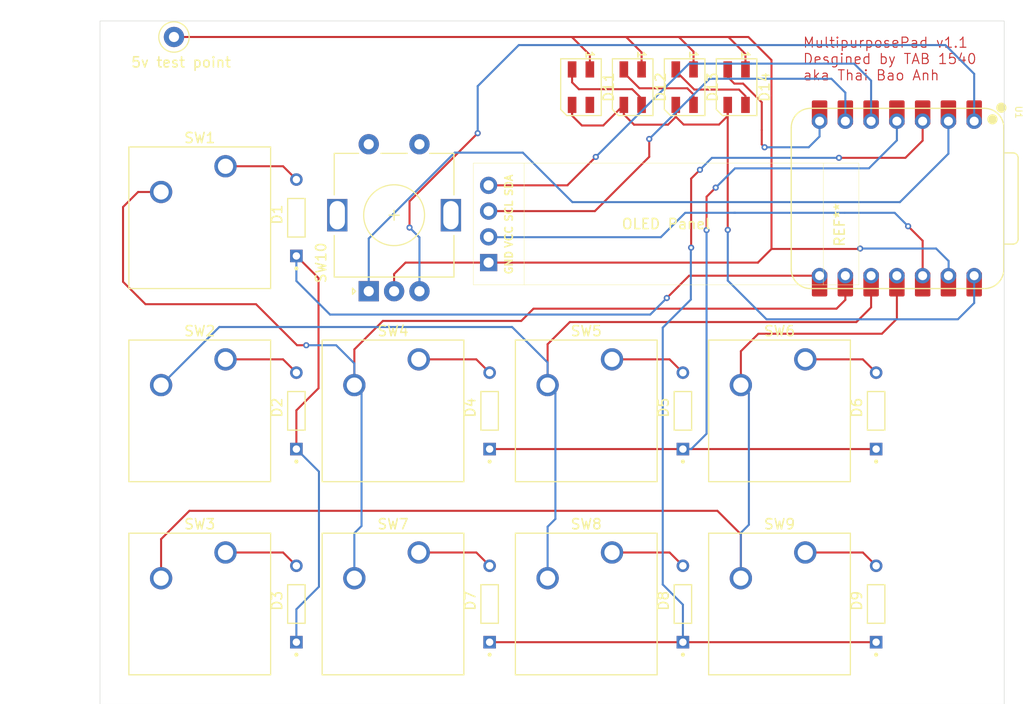
<source format=kicad_pcb>
(kicad_pcb (version 20241229) (generator "pcbnew") (generator_version "9.0")
  (layers (0 "F.Cu" signal) (2 "B.Cu" signal) (13 "F.Paste" user) (15 "B.Paste" user) (5 "F.SilkS" user "F.Silkscreen") (7 "B.SilkS" user "B.Silkscreen") (1 "F.Mask" user) (3 "B.Mask" user) (25 "Edge.Cuts" user))
  (net 0 "")
  (net 1 "Net-(D1-PadA)")
  (net 2 "Net-(D2-PadA)")
  (net 3 "Net-(D3-PadA)")
  (net 4 "Net-(D4-PadA)")
  (net 5 "Net-(D5-PadA)")
  (net 6 "Net-(D6-PadA)")
  (net 7 "Net-(D7-PadA)")
  (net 8 "Net-(D8-PadA)")
  (net 9 "GND")
  (net 10 "Net-(D11-DIN)")
  (net 12 "Net-(D12-DIN)")
  (net 13 "Net-(D13-DIN)")
  (net 14 "Net-(D14-DIN)")
  (net 15 "Net-(D9-PadA)")
  (net 17 "Net-(U1-GPIO26{slash}ADC0{slash}A0)")
  (net 18 "Net-(U1-GPIO29{slash}ADC3{slash}A3)")
  (net 20 "Net-(U1-GPIO3{slash}MOSI)")
  (net 21 "Net-(U1-GPIO4{slash}MISO)")
  (net 22 "Net-(U1-GPIO2{slash}SCK)")
  (net 23 "Net-(U1-GPIO1{slash}RX)")
  (net 24 "Net-(U1-GPIO28{slash}ADC2{slash}A2)")
  (net 25 "Net-(U1-GPIO27{slash}ADC1{slash}A1)")
  (net 26 "unconnected-(U1-GPIO6{slash}SDA-Pad5)")
  (net 27 "unconnected-(U1-GPIO7{slash}SCL-Pad6)")
  (net 28 "+3.3V")
  (net 29 "+5V")
  (footprint "Button_Switch_Keyboard:SW_Cherry_MX_1.00u_PCB" (layer "F.Cu") (at 100.17125 111.60125)
    (property "Reference" "SW4" (at -2.54 -2.794 0) (layer "F.SilkS"))
    (property "Value" "SW_Push")
    (pad "" np_thru_hole circle (at -7.62 5.08) (size 1.7 1.7) (drill 1.7) (layers "*.Cu" "*.Mask"))
    (pad "" np_thru_hole circle (at -2.54 5.08) (size 4 4) (drill 4) (layers "*.Cu" "*.Mask"))
    (pad "" np_thru_hole circle (at 2.54 5.08) (size 1.7 1.7) (drill 1.7) (layers "*.Cu" "*.Mask"))
    (pad "1" thru_hole circle (at 0 0) (size 2.2 2.2) (drill 1.5) (layers "*.Cu" "*.Mask") (net 4 "Net-(D4-PadA)"))
    (pad "2" thru_hole circle (at -6.35 2.54) (size 2.2 2.2) (drill 1.5) (layers "*.Cu" "*.Mask") (net 22 "Net-(U1-GPIO2{slash}SCK)"))
  )
  (footprint "OPL_KiCAD_Lib:XIAO-RP2040-DIP" (layer "F.Cu") (at 147.3 95.72625 -90)
    (property "Reference" "U1" (at -8.5 -12 270) (layer "F.SilkS") (effects (font (size 0.635 0.635) (thickness 0.1016))))
    (property "Value" "XIAO-RP2040-DIP")
    (pad "1" smd roundrect (at -8.455 -7.62 90) (size 2.432 1.524) (layers "F.Cu" "F.Mask") (roundrect_rratio 0.1) (net 17 "Net-(U1-GPIO26{slash}ADC0{slash}A0)"))
    (pad "1" thru_hole circle (at -7.62 -7.62 90) (size 1.524 1.524) (drill 0.889) (layers "*.Cu" "*.Mask") (net 17 "Net-(U1-GPIO26{slash}ADC0{slash}A0)"))
    (pad "2" smd roundrect (at -8.455 -5.08 90) (size 2.432 1.524) (layers "F.Cu" "F.Mask") (roundrect_rratio 0.1) (net 25 "Net-(U1-GPIO27{slash}ADC1{slash}A1)"))
    (pad "2" thru_hole circle (at -7.62 -5.08 90) (size 1.524 1.524) (drill 0.889) (layers "*.Cu" "*.Mask") (net 25 "Net-(U1-GPIO27{slash}ADC1{slash}A1)"))
    (pad "3" smd roundrect (at -8.455 -2.54 90) (size 2.432 1.524) (layers "F.Cu" "F.Mask") (roundrect_rratio 0.1) (net 24 "Net-(U1-GPIO28{slash}ADC2{slash}A2)"))
    (pad "3" thru_hole circle (at -7.62 -2.54 90) (size 1.524 1.524) (drill 0.889) (layers "*.Cu" "*.Mask") (net 24 "Net-(U1-GPIO28{slash}ADC2{slash}A2)"))
    (pad "4" smd roundrect (at -8.455 0 90) (size 2.432 1.524) (layers "F.Cu" "F.Mask") (roundrect_rratio 0.1) (net 18 "Net-(U1-GPIO29{slash}ADC3{slash}A3)"))
    (pad "4" thru_hole circle (at -7.62 0 90) (size 1.524 1.524) (drill 0.889) (layers "*.Cu" "*.Mask") (net 18 "Net-(U1-GPIO29{slash}ADC3{slash}A3)"))
    (pad "5" smd roundrect (at -8.455 2.54 90) (size 2.432 1.524) (layers "F.Cu" "F.Mask") (roundrect_rratio 0.1) (net 26 "unconnected-(U1-GPIO6{slash}SDA-Pad5)"))
    (pad "5" thru_hole circle (at -7.62 2.54 90) (size 1.524 1.524) (drill 0.889) (layers "*.Cu" "*.Mask") (net 26 "unconnected-(U1-GPIO6{slash}SDA-Pad5)"))
    (pad "6" smd roundrect (at -8.455 5.08 90) (size 2.432 1.524) (layers "F.Cu" "F.Mask") (roundrect_rratio 0.1) (net 27 "unconnected-(U1-GPIO7{slash}SCL-Pad6)"))
    (pad "6" thru_hole circle (at -7.62 5.08 90) (size 1.524 1.524) (drill 0.889) (layers "*.Cu" "*.Mask") (net 27 "unconnected-(U1-GPIO7{slash}SCL-Pad6)"))
    (pad "7" smd roundrect (at -8.455 7.62 90) (size 2.432 1.524) (layers "F.Cu" "F.Mask") (roundrect_rratio 0.1) (net 14 "Net-(D14-DIN)"))
    (pad "7" thru_hole circle (at -7.62 7.62 90) (size 1.524 1.524) (drill 0.889) (layers "*.Cu" "*.Mask") (net 14 "Net-(D14-DIN)"))
    (pad "8" thru_hole circle (at 7.62 7.62 270) (size 1.524 1.524) (drill 0.889) (layers "*.Cu" "*.Mask") (net 23 "Net-(U1-GPIO1{slash}RX)"))
    (pad "8" smd roundrect (at 8.455 7.62 270) (size 2.432 1.524) (layers "F.Cu" "F.Mask") (roundrect_rratio 0.1) (net 23 "Net-(U1-GPIO1{slash}RX)"))
    (pad "9" thru_hole circle (at 7.62 5.08 270) (size 1.524 1.524) (drill 0.889) (layers "*.Cu" "*.Mask") (net 22 "Net-(U1-GPIO2{slash}SCK)"))
    (pad "9" smd roundrect (at 8.455 5.08 270) (size 2.432 1.524) (layers "F.Cu" "F.Mask") (roundrect_rratio 0.1) (net 22 "Net-(U1-GPIO2{slash}SCK)"))
    (pad "10" thru_hole circle (at 7.62 2.54 270) (size 1.524 1.524) (drill 0.889) (layers "*.Cu" "*.Mask") (net 21 "Net-(U1-GPIO4{slash}MISO)"))
    (pad "10" smd roundrect (at 8.455 2.54 270) (size 2.432 1.524) (layers "F.Cu" "F.Mask") (roundrect_rratio 0.1) (net 21 "Net-(U1-GPIO4{slash}MISO)"))
    (pad "11" thru_hole circle (at 7.62 0 270) (size 1.524 1.524) (drill 0.889) (layers "*.Cu" "*.Mask") (net 20 "Net-(U1-GPIO3{slash}MOSI)"))
    (pad "11" smd roundrect (at 8.455 0 270) (size 2.432 1.524) (layers "F.Cu" "F.Mask") (roundrect_rratio 0.1) (net 20 "Net-(U1-GPIO3{slash}MOSI)"))
    (pad "12" thru_hole circle (at 7.62 -2.54 270) (size 1.524 1.524) (drill 0.889) (layers "*.Cu" "*.Mask") (net 28 "+3.3V"))
    (pad "12" smd roundrect (at 8.455 -2.54 270) (size 2.432 1.524) (layers "F.Cu" "F.Mask") (roundrect_rratio 0.1) (net 28 "+3.3V"))
    (pad "13" thru_hole circle (at 7.62 -5.08 270) (size 1.524 1.524) (drill 0.889) (layers "*.Cu" "*.Mask") (net 9 "GND"))
    (pad "13" smd roundrect (at 8.455 -5.08 270) (size 2.432 1.524) (layers "F.Cu" "F.Mask") (roundrect_rratio 0.1) (net 9 "GND"))
    (pad "14" thru_hole circle (at 7.62 -7.62 270) (size 1.524 1.524) (drill 0.889) (layers "*.Cu" "*.Mask") (net 29 "+5V"))
    (pad "14" smd roundrect (at 8.455 -7.62 270) (size 2.432 1.524) (layers "F.Cu" "F.Mask") (roundrect_rratio 0.1) (net 29 "+5V"))
  )
  (footprint "TestPoint:TestPoint_Loop_D1.80mm_Drill1.0mm_Beaded" (layer "F.Cu") (at 76.04 79.8)
    (property "Reference" "5v test point" (at 0.7 2.5 0) (layer "F.SilkS"))
    (property "Value" "TestPoint_Loop_D1.80mm_Drill1.0mm_Beaded")
    (pad "1" thru_hole circle (at 0 0) (size 2 2) (drill 1) (layers "*.Cu" "*.Mask"))
  )
  (footprint "Button_Switch_Keyboard:SW_Cherry_MX_1.00u_PCB" (layer "F.Cu") (at 119.22125 111.60125)
    (property "Reference" "SW5" (at -2.54 -2.794 0) (layer "F.SilkS"))
    (property "Value" "SW_Push")
    (pad "" np_thru_hole circle (at -7.62 5.08) (size 1.7 1.7) (drill 1.7) (layers "*.Cu" "*.Mask"))
    (pad "" np_thru_hole circle (at -2.54 5.08) (size 4 4) (drill 4) (layers "*.Cu" "*.Mask"))
    (pad "" np_thru_hole circle (at 2.54 5.08) (size 1.7 1.7) (drill 1.7) (layers "*.Cu" "*.Mask"))
    (pad "1" thru_hole circle (at 0 0) (size 2.2 2.2) (drill 1.5) (layers "*.Cu" "*.Mask") (net 5 "Net-(D5-PadA)"))
    (pad "2" thru_hole circle (at -6.35 2.54) (size 2.2 2.2) (drill 1.5) (layers "*.Cu" "*.Mask") (net 21 "Net-(U1-GPIO4{slash}MISO)"))
  )
  (footprint "Button_Switch_Keyboard:SW_Cherry_MX_1.00u_PCB" (layer "F.Cu") (at 138.27125 130.65125)
    (property "Reference" "SW9" (at -2.54 -2.794 0) (layer "F.SilkS"))
    (property "Value" "SW_Push")
    (pad "" np_thru_hole circle (at -7.62 5.08) (size 1.7 1.7) (drill 1.7) (layers "*.Cu" "*.Mask"))
    (pad "" np_thru_hole circle (at -2.54 5.08) (size 4 4) (drill 4) (layers "*.Cu" "*.Mask"))
    (pad "" np_thru_hole circle (at 2.54 5.08) (size 1.7 1.7) (drill 1.7) (layers "*.Cu" "*.Mask"))
    (pad "1" thru_hole circle (at 0 0) (size 2.2 2.2) (drill 1.5) (layers "*.Cu" "*.Mask") (net 15 "Net-(D9-PadA)"))
    (pad "2" thru_hole circle (at -6.35 2.54) (size 2.2 2.2) (drill 1.5) (layers "*.Cu" "*.Mask") (net 20 "Net-(U1-GPIO3{slash}MOSI)"))
  )
  (footprint "Button_Switch_Keyboard:SW_Cherry_MX_1.00u_PCB" (layer "F.Cu") (at 81.12125 111.60125)
    (property "Reference" "SW2" (at -2.54 -2.794 0) (layer "F.SilkS"))
    (property "Value" "SW_Push")
    (pad "" np_thru_hole circle (at -7.62 5.08) (size 1.7 1.7) (drill 1.7) (layers "*.Cu" "*.Mask"))
    (pad "" np_thru_hole circle (at -2.54 5.08) (size 4 4) (drill 4) (layers "*.Cu" "*.Mask"))
    (pad "" np_thru_hole circle (at 2.54 5.08) (size 1.7 1.7) (drill 1.7) (layers "*.Cu" "*.Mask"))
    (pad "1" thru_hole circle (at 0 0) (size 2.2 2.2) (drill 1.5) (layers "*.Cu" "*.Mask") (net 2 "Net-(D2-PadA)"))
    (pad "2" thru_hole circle (at -6.35 2.54) (size 2.2 2.2) (drill 1.5) (layers "*.Cu" "*.Mask") (net 21 "Net-(U1-GPIO4{slash}MISO)"))
  )
  (footprint "1N4148.zip:DIOAD753W49L380D172B" (layer "F.Cu") (at 88.10625 116.68125 90)
    (property "Reference" "D2" (at 0.3175 -1.905 90) (layer "F.SilkS"))
    (property "Value" "1N4148")
    (pad "A" thru_hole circle (at 3.7685 0 90) (size 1.238 1.238) (drill 0.73) (layers "*.Cu" "*.Mask") (net 2 "Net-(D2-PadA)"))
    (pad "K" thru_hole rect (at -3.7685 0 90) (size 1.238 1.238) (drill 0.73) (layers "*.Cu" "*.Mask") (net 23 "Net-(U1-GPIO1{slash}RX)"))
  )
  (footprint "1N4148.zip:DIOAD753W49L380D172B" (layer "F.Cu") (at 145.25625 116.68125 90)
    (property "Reference" "D6" (at 0.3175 -1.905 90) (layer "F.SilkS"))
    (property "Value" "1N4148")
    (pad "A" thru_hole circle (at 3.7685 0 90) (size 1.238 1.238) (drill 0.73) (layers "*.Cu" "*.Mask") (net 6 "Net-(D6-PadA)"))
    (pad "K" thru_hole rect (at -3.7685 0 90) (size 1.238 1.238) (drill 0.73) (layers "*.Cu" "*.Mask") (net 18 "Net-(U1-GPIO29{slash}ADC3{slash}A3)"))
  )
  (footprint "1N4148.zip:DIOAD753W49L380D172B" (layer "F.Cu") (at 107.15625 135.73125 90)
    (property "Reference" "D7" (at 0.3175 -1.905 90) (layer "F.SilkS"))
    (property "Value" "1N4148")
    (pad "A" thru_hole circle (at 3.7685 0 90) (size 1.238 1.238) (drill 0.73) (layers "*.Cu" "*.Mask") (net 7 "Net-(D7-PadA)"))
    (pad "K" thru_hole rect (at -3.7685 0 90) (size 1.238 1.238) (drill 0.73) (layers "*.Cu" "*.Mask") (net 24 "Net-(U1-GPIO28{slash}ADC2{slash}A2)"))
  )
  (footprint "Button_Switch_Keyboard:SW_Cherry_MX_1.00u_PCB" (layer "F.Cu") (at 81.12125 92.55125)
    (property "Reference" "SW1" (at -2.54 -2.794 0) (layer "F.SilkS"))
    (property "Value" "SW_Push")
    (pad "" np_thru_hole circle (at -7.62 5.08) (size 1.7 1.7) (drill 1.7) (layers "*.Cu" "*.Mask"))
    (pad "" np_thru_hole circle (at -2.54 5.08) (size 4 4) (drill 4) (layers "*.Cu" "*.Mask"))
    (pad "" np_thru_hole circle (at 2.54 5.08) (size 1.7 1.7) (drill 1.7) (layers "*.Cu" "*.Mask"))
    (pad "1" thru_hole circle (at 0 0) (size 2.2 2.2) (drill 1.5) (layers "*.Cu" "*.Mask") (net 1 "Net-(D1-PadA)"))
    (pad "2" thru_hole circle (at -6.35 2.54) (size 2.2 2.2) (drill 1.5) (layers "*.Cu" "*.Mask") (net 22 "Net-(U1-GPIO2{slash}SCK)"))
  )
  (footprint "1N4148.zip:DIOAD753W49L380D172B" (layer "F.Cu") (at 126.20625 135.73125 90)
    (property "Reference" "D8" (at 0.3175 -1.905 90) (layer "F.SilkS"))
    (property "Value" "1N4148")
    (pad "A" thru_hole circle (at 3.7685 0 90) (size 1.238 1.238) (drill 0.73) (layers "*.Cu" "*.Mask") (net 8 "Net-(D8-PadA)"))
    (pad "K" thru_hole rect (at -3.7685 0 90) (size 1.238 1.238) (drill 0.73) (layers "*.Cu" "*.Mask") (net 24 "Net-(U1-GPIO28{slash}ADC2{slash}A2)"))
  )
  (footprint "LED_SMD:LED_SK6812MINI_PLCC4_3.5x3.5mm_P1.75mm" (layer "F.Cu") (at 121.26 84.75 -90)
    (property "Reference" "D12" (at 0 -2.75 90) (layer "F.SilkS"))
    (property "Value" "SK6812")
    (fp_text user "1" (at -3.2 -0.875 270) (layer "F.SilkS") (effects (font (size 0.8 0.8))))
    (pad "1" smd rect (at -1.75 -0.875 270) (size 1.6 0.85) (layers "F.Cu" "F.Mask" "F.Paste") (net 9 "GND"))
    (pad "2" smd rect (at -1.75 0.875 270) (size 1.6 0.85) (layers "F.Cu" "F.Mask" "F.Paste") (net 12 "Net-(D12-DIN)"))
    (pad "3" smd rect (at 1.75 0.875 270) (size 1.6 0.85) (layers "F.Cu" "F.Mask" "F.Paste") (net 29 "+5V"))
    (pad "4" smd rect (at 1.75 -0.875 270) (size 1.6 0.85) (layers "F.Cu" "F.Mask" "F.Paste") (net 10 "Net-(D11-DIN)"))
  )
  (footprint "1N4148.zip:DIOAD753W49L380D172B" (layer "F.Cu") (at 88.10625 135.73125 90)
    (property "Reference" "D3" (at 0.3175 -1.905 90) (layer "F.SilkS"))
    (property "Value" "1N4148")
    (pad "A" thru_hole circle (at 3.7685 0 90) (size 1.238 1.238) (drill 0.73) (layers "*.Cu" "*.Mask") (net 3 "Net-(D3-PadA)"))
    (pad "K" thru_hole rect (at -3.7685 0 90) (size 1.238 1.238) (drill 0.73) (layers "*.Cu" "*.Mask") (net 23 "Net-(U1-GPIO1{slash}RX)"))
  )
  (footprint "Button_Switch_Keyboard:SW_Cherry_MX_1.00u_PCB" (layer "F.Cu") (at 119.22125 130.65125)
    (property "Reference" "SW8" (at -2.54 -2.794 0) (layer "F.SilkS"))
    (property "Value" "SW_Push")
    (pad "" np_thru_hole circle (at -7.62 5.08) (size 1.7 1.7) (drill 1.7) (layers "*.Cu" "*.Mask"))
    (pad "" np_thru_hole circle (at -2.54 5.08) (size 4 4) (drill 4) (layers "*.Cu" "*.Mask"))
    (pad "" np_thru_hole circle (at 2.54 5.08) (size 1.7 1.7) (drill 1.7) (layers "*.Cu" "*.Mask"))
    (pad "1" thru_hole circle (at 0 0) (size 2.2 2.2) (drill 1.5) (layers "*.Cu" "*.Mask") (net 8 "Net-(D8-PadA)"))
    (pad "2" thru_hole circle (at -6.35 2.54) (size 2.2 2.2) (drill 1.5) (layers "*.Cu" "*.Mask") (net 21 "Net-(U1-GPIO4{slash}MISO)"))
  )
  (footprint "LED_SMD:LED_SK6812MINI_PLCC4_3.5x3.5mm_P1.75mm" (layer "F.Cu") (at 126.38 84.75 -90)
    (property "Reference" "D13" (at 0 -2.75 90) (layer "F.SilkS"))
    (property "Value" "SK6812")
    (fp_text user "1" (at -3.2 -0.875 270) (layer "F.SilkS") (effects (font (size 0.8 0.8))))
    (pad "1" smd rect (at -1.75 -0.875 270) (size 1.6 0.85) (layers "F.Cu" "F.Mask" "F.Paste") (net 9 "GND"))
    (pad "2" smd rect (at -1.75 0.875 270) (size 1.6 0.85) (layers "F.Cu" "F.Mask" "F.Paste") (net 13 "Net-(D13-DIN)"))
    (pad "3" smd rect (at 1.75 0.875 270) (size 1.6 0.85) (layers "F.Cu" "F.Mask" "F.Paste") (net 29 "+5V"))
    (pad "4" smd rect (at 1.75 -0.875 270) (size 1.6 0.85) (layers "F.Cu" "F.Mask" "F.Paste") (net 12 "Net-(D12-DIN)"))
  )
  (footprint "Button_Switch_Keyboard:SW_Cherry_MX_1.00u_PCB" (layer "F.Cu") (at 138.27125 111.60125)
    (property "Reference" "SW6" (at -2.54 -2.794 0) (layer "F.SilkS"))
    (property "Value" "SW_Push")
    (pad "" np_thru_hole circle (at -7.62 5.08) (size 1.7 1.7) (drill 1.7) (layers "*.Cu" "*.Mask"))
    (pad "" np_thru_hole circle (at -2.54 5.08) (size 4 4) (drill 4) (layers "*.Cu" "*.Mask"))
    (pad "" np_thru_hole circle (at 2.54 5.08) (size 1.7 1.7) (drill 1.7) (layers "*.Cu" "*.Mask"))
    (pad "1" thru_hole circle (at 0 0) (size 2.2 2.2) (drill 1.5) (layers "*.Cu" "*.Mask") (net 6 "Net-(D6-PadA)"))
    (pad "2" thru_hole circle (at -6.35 2.54) (size 2.2 2.2) (drill 1.5) (layers "*.Cu" "*.Mask") (net 20 "Net-(U1-GPIO3{slash}MOSI)"))
  )
  (footprint "LED_SMD:LED_SK6812MINI_PLCC4_3.5x3.5mm_P1.75mm" (layer "F.Cu") (at 131.5 84.75 -90)
    (property "Reference" "D14" (at 0 -2.75 90) (layer "F.SilkS"))
    (property "Value" "SK6812")
    (fp_text user "1" (at -3.2 -0.875 270) (layer "F.SilkS") (effects (font (size 0.8 0.8))))
    (pad "1" smd rect (at -1.75 -0.875 270) (size 1.6 0.85) (layers "F.Cu" "F.Mask" "F.Paste") (net 9 "GND"))
    (pad "2" smd rect (at -1.75 0.875 270) (size 1.6 0.85) (layers "F.Cu" "F.Mask" "F.Paste") (net 14 "Net-(D14-DIN)"))
    (pad "3" smd rect (at 1.75 0.875 270) (size 1.6 0.85) (layers "F.Cu" "F.Mask" "F.Paste") (net 29 "+5V"))
    (pad "4" smd rect (at 1.75 -0.875 270) (size 1.6 0.85) (layers "F.Cu" "F.Mask" "F.Paste") (net 13 "Net-(D13-DIN)"))
  )
  (footprint "Button_Switch_Keyboard:SW_Cherry_MX_1.00u_PCB" (layer "F.Cu") (at 100.17125 130.65125)
    (property "Reference" "SW7" (at -2.54 -2.794 0) (layer "F.SilkS"))
    (property "Value" "SW_Push")
    (pad "" np_thru_hole circle (at -7.62 5.08) (size 1.7 1.7) (drill 1.7) (layers "*.Cu" "*.Mask"))
    (pad "" np_thru_hole circle (at -2.54 5.08) (size 4 4) (drill 4) (layers "*.Cu" "*.Mask"))
    (pad "" np_thru_hole circle (at 2.54 5.08) (size 1.7 1.7) (drill 1.7) (layers "*.Cu" "*.Mask"))
    (pad "1" thru_hole circle (at 0 0) (size 2.2 2.2) (drill 1.5) (layers "*.Cu" "*.Mask") (net 7 "Net-(D7-PadA)"))
    (pad "2" thru_hole circle (at -6.35 2.54) (size 2.2 2.2) (drill 1.5) (layers "*.Cu" "*.Mask") (net 22 "Net-(U1-GPIO2{slash}SCK)"))
  )
  (footprint "1N4148.zip:DIOAD753W49L380D172B" (layer "F.Cu") (at 107.15625 116.68125 90)
    (property "Reference" "D4" (at 0.3175 -1.905 90) (layer "F.SilkS"))
    (property "Value" "1N4148")
    (pad "A" thru_hole circle (at 3.7685 0 90) (size 1.238 1.238) (drill 0.73) (layers "*.Cu" "*.Mask") (net 4 "Net-(D4-PadA)"))
    (pad "K" thru_hole rect (at -3.7685 0 90) (size 1.238 1.238) (drill 0.73) (layers "*.Cu" "*.Mask") (net 18 "Net-(U1-GPIO29{slash}ADC3{slash}A3)"))
  )
  (footprint "1N4148.zip:DIOAD753W49L380D172B" (layer "F.Cu") (at 126.20625 116.68125 90)
    (property "Reference" "D5" (at 0.3175 -1.905 90) (layer "F.SilkS"))
    (property "Value" "1N4148")
    (pad "A" thru_hole circle (at 3.7685 0 90) (size 1.238 1.238) (drill 0.73) (layers "*.Cu" "*.Mask") (net 5 "Net-(D5-PadA)"))
    (pad "K" thru_hole rect (at -3.7685 0 90) (size 1.238 1.238) (drill 0.73) (layers "*.Cu" "*.Mask") (net 18 "Net-(U1-GPIO29{slash}ADC3{slash}A3)"))
  )
  (footprint "LED_SMD:LED_SK6812MINI_PLCC4_3.5x3.5mm_P1.75mm" (layer "F.Cu") (at 116.16 84.75 -90)
    (property "Reference" "D11" (at 0 -2.73 90) (layer "F.SilkS"))
    (property "Value" "1")
    (fp_text user "1" (at -3.2 -0.875 270) (layer "F.SilkS") (effects (font (size 0.8 0.8))))
    (pad "1" smd rect (at -1.75 -0.875 270) (size 1.6 0.85) (layers "F.Cu" "F.Mask" "F.Paste") (net 9 "GND"))
    (pad "2" smd rect (at -1.75 0.875 270) (size 1.6 0.85) (layers "F.Cu" "F.Mask" "F.Paste") (net 10 "Net-(D11-DIN)"))
    (pad "3" smd rect (at 1.75 0.875 270) (size 1.6 0.85) (layers "F.Cu" "F.Mask" "F.Paste") (net 29 "+5V"))
    (pad "4" smd rect (at 1.75 -0.875 270) (size 1.6 0.85) (layers "F.Cu" "F.Mask" "F.Paste"))
  )
  (footprint "Rotary_Encoder:RotaryEncoder_Alps_EC11E-Switch_Vertical_H20mm" (layer "F.Cu") (at 95.24 104.88 90)
    (property "Reference" "SW10" (at 2.8 -4.7 90) (layer "F.SilkS"))
    (property "Value" "RotaryEncoder_Switch")
    (pad "A" thru_hole rect (at 0 0 90) (size 2 2) (drill 1) (layers "*.Cu" "*.Mask") (net 25 "Net-(U1-GPIO27{slash}ADC1{slash}A1)"))
    (pad "B" thru_hole circle (at 0 5 90) (size 2 2) (drill 1) (layers "*.Cu" "*.Mask") (net 17 "Net-(U1-GPIO26{slash}ADC0{slash}A0)"))
    (pad "C" thru_hole circle (at 0 2.5 90) (size 2 2) (drill 1) (layers "*.Cu" "*.Mask") (net 9 "GND"))
    (pad "MP" thru_hole rect (at 7.5 -3.1 90) (size 3.2 2) (drill oval 2.8 1.5) (layers "*.Cu" "*.Mask"))
    (pad "MP" thru_hole rect (at 7.5 8.1 90) (size 3.2 2) (drill oval 2.8 1.5) (layers "*.Cu" "*.Mask"))
    (pad "S1" thru_hole circle (at 14.5 5 90) (size 2 2) (drill 1) (layers "*.Cu" "*.Mask"))
    (pad "S2" thru_hole circle (at 14.5 0 90) (size 2 2) (drill 1) (layers "*.Cu" "*.Mask"))
  )
  (footprint "SSD1306-0.91-OLED-4pin-128x32:SSD1306-0.91-OLED-4pin-128x32" (layer "F.Cu") (at 143.555 104.245 180)
    (property "Reference" "REF**" (at 1.9 5.91 90) (layer "F.SilkS"))
    (property "Value" "SSD1306-0.91-OLED-4pin-128x32")
    (fp_text user "OLED Panel" (at 19 6 0) (layer "F.SilkS"))
    (fp_text user "VCC" (at 34.5 4.73 90) (layer "F.SilkS") (effects (font (size 0.75 0.75))))
    (fp_text user "SDA" (at 34.5 9.81 90) (layer "F.SilkS") (effects (font (size 0.75 0.75))))
    (fp_text user "GND" (at 34.5 2.19 90) (layer "F.SilkS") (effects (font (size 0.75 0.75))))
    (fp_text user "SCL" (at 34.5 7.27 90) (layer "F.SilkS") (effects (font (size 0.75 0.75))))
    (pad "1" thru_hole rect (at 36.5 2.19 180) (size 1.7 1.7) (drill 1) (layers "*.Cu" "*.Mask"))
    (pad "2" thru_hole oval (at 36.5 4.73 180) (size 1.7 1.7) (drill 1) (layers "*.Cu" "*.Mask"))
    (pad "3" thru_hole oval (at 36.5 7.27 180) (size 1.7 1.7) (drill 1) (layers "*.Cu" "*.Mask"))
    (pad "4" thru_hole oval (at 36.5 9.81 180) (size 1.7 1.7) (drill 1) (layers "*.Cu" "*.Mask"))
  )
  (footprint "Button_Switch_Keyboard:SW_Cherry_MX_1.00u_PCB" (layer "F.Cu") (at 81.12125 130.65125)
    (property "Reference" "SW3" (at -2.54 -2.794 0) (layer "F.SilkS"))
    (property "Value" "SW_Push")
    (pad "" np_thru_hole circle (at -7.62 5.08) (size 1.7 1.7) (drill 1.7) (layers "*.Cu" "*.Mask"))
    (pad "" np_thru_hole circle (at -2.54 5.08) (size 4 4) (drill 4) (layers "*.Cu" "*.Mask"))
    (pad "" np_thru_hole circle (at 2.54 5.08) (size 1.7 1.7) (drill 1.7) (layers "*.Cu" "*.Mask"))
    (pad "1" thru_hole circle (at 0 0) (size 2.2 2.2) (drill 1.5) (layers "*.Cu" "*.Mask") (net 3 "Net-(D3-PadA)"))
    (pad "2" thru_hole circle (at -6.35 2.54) (size 2.2 2.2) (drill 1.5) (layers "*.Cu" "*.Mask") (net 20 "Net-(U1-GPIO3{slash}MOSI)"))
  )
  (footprint "1N4148.zip:DIOAD753W49L380D172B" (layer "F.Cu") (at 88.10625 97.63125 90)
    (property "Reference" "D1" (at 0.3175 -1.905 90) (layer "F.SilkS"))
    (property "Value" "1N4148")
    (pad "A" thru_hole circle (at 3.7685 0 90) (size 1.238 1.238) (drill 0.73) (layers "*.Cu" "*.Mask") (net 1 "Net-(D1-PadA)"))
    (pad "K" thru_hole rect (at -3.7685 0 90) (size 1.238 1.238) (drill 0.73) (layers "*.Cu" "*.Mask") (net 23 "Net-(U1-GPIO1{slash}RX)"))
  )
  (footprint "1N4148.zip:DIOAD753W49L380D172B" (layer "F.Cu") (at 145.25625 135.73125 90)
    (property "Reference" "D9" (at 0.3175 -1.905 90) (layer "F.SilkS"))
    (property "Value" "1N4148")
    (pad "A" thru_hole circle (at 3.7685 0 90) (size 1.238 1.238) (drill 0.73) (layers "*.Cu" "*.Mask") (net 15 "Net-(D9-PadA)"))
    (pad "K" thru_hole rect (at -3.7685 0 90) (size 1.238 1.238) (drill 0.73) (layers "*.Cu" "*.Mask") (net 24 "Net-(U1-GPIO28{slash}ADC2{slash}A2)"))
  )
  (gr_rect (start 68.75 78.22) (end 157.88 145.62) (stroke (width 0.05)) (fill no) (layer "Edge.Cuts"))
  (gr_text "MultipurposePad v1.1\nDesgined by TAB 1540\naka Thai Bao Anh" (at 137.99 84.16 0) (layer "F.Cu") (effects (font (size 1 1) (thickness 0.1)) (justify left bottom)))
  (segment (start 86.79475 92.55125) (end 88.10625 93.86275) (width 0.2) (layer "F.Cu") (net 1))
  (segment (start 81.12125 92.55125) (end 86.79475 92.55125) (width 0.2) (layer "F.Cu") (net 1))
  (segment (start 81.12125 111.60125) (end 86.79475 111.60125) (width 0.2) (layer "F.Cu") (net 2))
  (segment (start 86.79475 111.60125) (end 88.10625 112.91275) (width 0.2) (layer "F.Cu") (net 2))
  (segment (start 81.12125 130.65125) (end 86.79475 130.65125) (width 0.2) (layer "F.Cu") (net 3))
  (segment (start 86.79475 130.65125) (end 88.10625 131.96275) (width 0.2) (layer "F.Cu") (net 3))
  (segment (start 100.17125 111.60125) (end 105.84475 111.60125) (width 0.2) (layer "F.Cu") (net 4))
  (segment (start 105.84475 111.60125) (end 107.15625 112.91275) (width 0.2) (layer "F.Cu") (net 4))
  (segment (start 124.89475 111.60125) (end 126.20625 112.91275) (width 0.2) (layer "F.Cu") (net 5))
  (segment (start 119.22125 111.60125) (end 124.89475 111.60125) (width 0.2) (layer "F.Cu") (net 5))
  (segment (start 143.94475 111.60125) (end 145.25625 112.91275) (width 0.2) (layer "F.Cu") (net 6))
  (segment (start 138.27125 111.60125) (end 143.94475 111.60125) (width 0.2) (layer "F.Cu") (net 6))
  (segment (start 100.17125 130.65125) (end 105.84475 130.65125) (width 0.2) (layer "F.Cu") (net 7))
  (segment (start 105.84475 130.65125) (end 107.15625 131.96275) (width 0.2) (layer "F.Cu") (net 7))
  (segment (start 124.89475 130.65125) (end 126.20625 131.96275) (width 0.2) (layer "F.Cu") (net 8))
  (segment (start 119.22125 130.65125) (end 124.89475 130.65125) (width 0.2) (layer "F.Cu") (net 8))
  (segment (start 97.74 103.18) (end 97.74 104.88) (width 0.2) (layer "F.Cu") (net 9))
  (segment (start 98.865 102.055) (end 98.01 102.91) (width 0.2) (layer "F.Cu") (net 9))
  (segment (start 125.81 79.8) (end 127.255 81.245) (width 0.2) (layer "F.Cu") (net 9))
  (segment (start 75.92 79.8) (end 115.26 79.8) (width 0.2) (layer "F.Cu") (net 9))
  (segment (start 117.035 81.575) (end 117.035 83) (width 0.2) (layer "F.Cu") (net 9))
  (segment (start 115.26 79.8) (end 117.035 81.575) (width 0.2) (layer "F.Cu") (net 9))
  (segment (start 133.615 102.055) (end 133.615 102.035) (width 0.2) (layer "F.Cu") (net 9))
  (segment (start 127.255 81.245) (end 127.255 83) (width 0.2) (layer "F.Cu") (net 9))
  (segment (start 107.055 102.055) (end 98.865 102.055) (width 0.2) (layer "F.Cu") (net 9))
  (segment (start 132.375 81.485) (end 132.375 83) (width 0.2) (layer "F.Cu") (net 9))
  (segment (start 120.61 79.8) (end 122.135 81.325) (width 0.2) (layer "F.Cu") (net 9))
  (segment (start 134.94 100.71) (end 143.64 100.71) (width 0.2) (layer "F.Cu") (net 9))
  (segment (start 134.94 82.08) (end 134.94 100.71) (width 0.2) (layer "F.Cu") (net 9))
  (segment (start 125.81 79.8) (end 130.69 79.8) (width 0.2) (layer "F.Cu") (net 9))
  (segment (start 133.615 102.035) (end 134.94 100.71) (width 0.2) (layer "F.Cu") (net 9))
  (segment (start 132.66 79.8) (end 134.94 82.08) (width 0.2) (layer "F.Cu") (net 9))
  (segment (start 143.64 100.71) (end 143.68 100.67) (width 0.2) (layer "F.Cu") (net 9))
  (segment (start 98.01 102.91) (end 97.74 103.18) (width 0.2) (layer "F.Cu") (net 9))
  (segment (start 107.075 102.055) (end 133.615 102.055) (width 0.2) (layer "F.Cu") (net 9))
  (segment (start 120.61 79.8) (end 125.81 79.8) (width 0.2) (layer "F.Cu") (net 9))
  (segment (start 115.24 79.8) (end 120.61 79.8) (width 0.2) (layer "F.Cu") (net 9))
  (segment (start 130.69 79.8) (end 132.66 79.8) (width 0.2) (layer "F.Cu") (net 9))
  (segment (start 122.135 81.325) (end 122.135 83) (width 0.2) (layer "F.Cu") (net 9))
  (segment (start 130.69 79.8) (end 132.375 81.485) (width 0.2) (layer "F.Cu") (net 9))
  (via (at 143.68 100.67) (size 0.6) (drill 0.3) (layers "F.Cu" "B.Cu") (net 9))
  (segment (start 143.68 100.67) (end 151.17 100.67) (width 0.2) (layer "B.Cu") (net 9))
  (segment (start 152.4 101.88) (end 152.4 103.34625) (width 0.2) (layer "B.Cu") (net 9))
  (segment (start 151.17 100.67) (end 152.38 101.88) (width 0.2) (layer "B.Cu") (net 9))
  (segment (start 115.285 84.275) (end 115.96 84.95) (width 0.2) (layer "F.Cu") (net 10))
  (segment (start 115.94 84.95) (end 121.21 84.95) (width 0.2) (layer "F.Cu") (net 10))
  (segment (start 121.21 84.95) (end 122.135 85.875) (width 0.2) (layer "F.Cu") (net 10))
  (segment (start 115.285 83) (end 115.285 84.275) (width 0.2) (layer "F.Cu") (net 10))
  (segment (start 122.135 85.875) (end 122.135 86.5) (width 0.2) (layer "F.Cu") (net 10))
  (segment (start 127.255 85.475) (end 127.255 86.5) (width 0.2) (layer "F.Cu") (net 12))
  (segment (start 121.92 84.86) (end 126.64 84.86) (width 0.2) (layer "F.Cu") (net 12))
  (segment (start 120.385 83.325) (end 121.92 84.86) (width 0.2) (layer "F.Cu") (net 12))
  (segment (start 120.385 83) (end 120.385 83.325) (width 0.2) (layer "F.Cu") (net 12))
  (segment (start 126.64 84.86) (end 127.255 85.475) (width 0.2) (layer "F.Cu") (net 12))
  (segment (start 127.3371 84.99) (end 131.74 84.99) (width 0.2) (layer "F.Cu") (net 13))
  (segment (start 132.375 85.625) (end 132.375 86.5) (width 0.2) (layer "F.Cu") (net 13))
  (segment (start 125.505 83.1579) (end 127.3371 84.99) (width 0.2) (layer "F.Cu") (net 13))
  (segment (start 131.74 84.99) (end 132.375 85.625) (width 0.2) (layer "F.Cu") (net 13))
  (segment (start 125.505 83) (end 125.505 83.1579) (width 0.2) (layer "F.Cu") (net 13))
  (segment (start 132.14 84.4) (end 133.98 86.24) (width 0.2) (layer "F.Cu") (net 14))
  (segment (start 131.28 84.4) (end 132.14 84.4) (width 0.2) (layer "F.Cu") (net 14))
  (segment (start 130.625 83) (end 130.625 83.745) (width 0.2) (layer "F.Cu") (net 14))
  (segment (start 130.625 83.745) (end 131.28 84.4) (width 0.2) (layer "F.Cu") (net 14))
  (segment (start 133.98 88.98) (end 133.98 90.4) (width 0.2) (layer "F.Cu") (net 14))
  (segment (start 133.98 90.4) (end 134.26 90.68) (width 0.2) (layer "F.Cu") (net 14))
  (segment (start 133.98 86.24) (end 133.98 88.98) (width 0.2) (layer "F.Cu") (net 14))
  (via (at 134.26 90.68) (size 0.6) (drill 0.3) (layers "F.Cu" "B.Cu") (net 14))
  (segment (start 139.68 89.61) (end 139.68 88.10625) (width 0.2) (layer "B.Cu") (net 14))
  (segment (start 138.61 90.68) (end 139.68 89.61) (width 0.2) (layer "B.Cu") (net 14))
  (segment (start 134.26 90.68) (end 138.61 90.68) (width 0.2) (layer "B.Cu") (net 14))
  (segment (start 143.94475 130.65125) (end 145.25625 131.96275) (width 0.2) (layer "F.Cu") (net 15))
  (segment (start 138.27125 130.65125) (end 143.94475 130.65125) (width 0.2) (layer "F.Cu") (net 15))
  (segment (start 99.26 98.6) (end 99.26 96.01) (width 0.2) (layer "F.Cu") (net 17))
  (segment (start 99.26 96.01) (end 105.98 89.29) (width 0.2) (layer "F.Cu") (net 17))
  (via (at 105.98 89.29) (size 0.6) (drill 0.3) (layers "F.Cu" "B.Cu") (net 17))
  (via (at 99.26 98.6) (size 0.6) (drill 0.3) (layers "F.Cu" "B.Cu") (net 17))
  (segment (start 110.03 80.6) (end 152.08 80.6) (width 0.2) (layer "B.Cu") (net 17))
  (segment (start 152.08 80.6) (end 154.92 83.44) (width 0.2) (layer "B.Cu") (net 17))
  (segment (start 100.24 99.58) (end 99.26 98.6) (width 0.2) (layer "B.Cu") (net 17))
  (segment (start 154.92 83.44) (end 154.92 88.10625) (width 0.2) (layer "B.Cu") (net 17))
  (segment (start 100.24 104.88) (end 100.24 99.58) (width 0.2) (layer "B.Cu") (net 17))
  (segment (start 105.98 84.65) (end 110.03 80.6) (width 0.2) (layer "B.Cu") (net 17))
  (segment (start 105.98 89.29) (end 105.98 84.65) (width 0.2) (layer "B.Cu") (net 17))
  (segment (start 107.15625 120.44975) (end 126.20625 120.44975) (width 0.2) (layer "F.Cu") (net 18))
  (segment (start 126.20625 120.44975) (end 145.25625 120.44975) (width 0.2) (layer "F.Cu") (net 18))
  (segment (start 128.54 95.56) (end 129.44 94.66) (width 0.2) (layer "F.Cu") (net 18))
  (segment (start 128.54 98.85) (end 128.54 95.56) (width 0.2) (layer "F.Cu") (net 18))
  (via (at 128.54 98.85) (size 0.6) (drill 0.3) (layers "F.Cu" "B.Cu") (net 18))
  (via (at 129.44 94.66) (size 0.6) (drill 0.3) (layers "F.Cu" "B.Cu") (net 18))
  (segment (start 127.02525 120.44975) (end 128.54 118.935) (width 0.2) (layer "B.Cu") (net 18))
  (segment (start 126.20625 120.44975) (end 127.02525 120.44975) (width 0.2) (layer "B.Cu") (net 18))
  (segment (start 129.44 94.66) (end 131.34 92.76) (width 0.2) (layer "B.Cu") (net 18))
  (segment (start 131.34 92.76) (end 144.54 92.76) (width 0.2) (layer "B.Cu") (net 18))
  (segment (start 147.3 90) (end 147.3 88.10625) (width 0.2) (layer "B.Cu") (net 18))
  (segment (start 144.54 92.76) (end 147.3 90) (width 0.2) (layer "B.Cu") (net 18))
  (segment (start 128.54 118.935) (end 128.54 98.85) (width 0.2) (layer "B.Cu") (net 18))
  (segment (start 131.92125 114.14125) (end 131.92125 110.79875) (width 0.2) (layer "F.Cu") (net 20))
  (segment (start 145.83 109.07) (end 147.3 107.6) (width 0.2) (layer "F.Cu") (net 20))
  (segment (start 131.92125 128.85125) (end 131.92125 133.19125) (width 0.2) (layer "F.Cu") (net 20))
  (segment (start 74.77125 129.32875) (end 77.56 126.54) (width 0.2) (layer "F.Cu") (net 20))
  (segment (start 133.65 109.07) (end 145.83 109.07) (width 0.2) (layer "F.Cu") (net 20))
  (segment (start 74.77125 133.19125) (end 74.77125 129.32875) (width 0.2) (layer "F.Cu") (net 20))
  (segment (start 129.61 126.54) (end 131.92125 128.85125) (width 0.2) (layer "F.Cu") (net 20))
  (segment (start 147.3 107.6) (end 147.3 104.18125) (width 0.2) (layer "F.Cu") (net 20))
  (segment (start 77.56 126.54) (end 129.61 126.54) (width 0.2) (layer "F.Cu") (net 20))
  (segment (start 131.92125 110.79875) (end 133.65 109.07) (width 0.2) (layer "F.Cu") (net 20))
  (segment (start 131.92125 114.14125) (end 132.71 114.93) (width 0.2) (layer "B.Cu") (net 20))
  (segment (start 132.71 114.93) (end 132.71 127.92) (width 0.2) (layer "B.Cu") (net 20))
  (segment (start 132.71 127.92) (end 131.92125 128.70875) (width 0.2) (layer "B.Cu") (net 20))
  (segment (start 131.92125 128.70875) (end 131.92125 133.19125) (width 0.2) (layer "B.Cu") (net 20))
  (segment (start 112.87125 110.10875) (end 115.06 107.92) (width 0.2) (layer "F.Cu") (net 21))
  (segment (start 115.06 107.92) (end 143.31 107.92) (width 0.2) (layer "F.Cu") (net 21))
  (segment (start 112.87125 114.14125) (end 112.87125 110.10875) (width 0.2) (layer "F.Cu") (net 21))
  (segment (start 143.31 107.92) (end 144.76 106.47) (width 0.2) (layer "F.Cu") (net 21))
  (segment (start 144.76 106.47) (end 144.76 104.18125) (width 0.2) (layer "F.Cu") (net 21))
  (segment (start 80.5025 108.41) (end 109.37 108.41) (width 0.2) (layer "B.Cu") (net 21))
  (segment (start 74.77125 114.14125) (end 80.5025 108.41) (width 0.2) (layer "B.Cu") (net 21))
  (segment (start 113.64 114.91) (end 113.64 127.34) (width 0.2) (layer "B.Cu") (net 21))
  (segment (start 112.87125 114.14125) (end 113.64 114.91) (width 0.2) (layer "B.Cu") (net 21))
  (segment (start 113.64 127.34) (end 112.87125 128.10875) (width 0.2) (layer "B.Cu") (net 21))
  (segment (start 112.87125 111.91125) (end 112.87125 114.14125) (width 0.2) (layer "B.Cu") (net 21))
  (segment (start 112.87125 128.10875) (end 112.87125 133.19125) (width 0.2) (layer "B.Cu") (net 21))
  (segment (start 109.37 108.41) (end 112.87125 111.91125) (width 0.2) (layer "B.Cu") (net 21))
  (segment (start 73.23 106.16) (end 84.13 106.16) (width 0.2) (layer "F.Cu") (net 22))
  (segment (start 88.18 110.21) (end 89.08 110.21) (width 0.2) (layer "F.Cu") (net 22))
  (segment (start 71.02 103.95) (end 72.47 105.4) (width 0.2) (layer "F.Cu") (net 22))
  (segment (start 110.27 107.81) (end 111.48 106.6) (width 0.2) (layer "F.Cu") (net 22))
  (segment (start 93.82125 110.61875) (end 96.63 107.81) (width 0.2) (layer "F.Cu") (net 22))
  (segment (start 96.63 107.81) (end 110.27 107.81) (width 0.2) (layer "F.Cu") (net 22))
  (segment (start 111.48 106.6) (end 141.35 106.6) (width 0.2) (layer "F.Cu") (net 22))
  (segment (start 142.22 105.73) (end 142.22 104.18125) (width 0.2) (layer "F.Cu") (net 22))
  (segment (start 141.35 106.6) (end 142.22 105.73) (width 0.2) (layer "F.Cu") (net 22))
  (segment (start 93.82125 114.14125) (end 93.82125 110.61875) (width 0.2) (layer "F.Cu") (net 22))
  (segment (start 71.02 96.57) (end 71.02 103.95) (width 0.2) (layer "F.Cu") (net 22))
  (segment (start 72.47 105.4) (end 73.23 106.16) (width 0.2) (layer "F.Cu") (net 22))
  (segment (start 72.49875 95.09125) (end 71.02 96.57) (width 0.2) (layer "F.Cu") (net 22))
  (segment (start 84.13 106.16) (end 88.18 110.21) (width 0.2) (layer "F.Cu") (net 22))
  (segment (start 74.77125 95.09125) (end 72.49875 95.09125) (width 0.2) (layer "F.Cu") (net 22))
  (via (at 89.08 110.21) (size 0.6) (drill 0.3) (layers "F.Cu" "B.Cu") (net 22))
  (segment (start 94.53 128.04) (end 93.82125 128.74875) (width 0.2) (layer "B.Cu") (net 22))
  (segment (start 93.82125 112.00125) (end 93.82125 114.14125) (width 0.2) (layer "B.Cu") (net 22))
  (segment (start 93.82125 114.14125) (end 94.53 114.85) (width 0.2) (layer "B.Cu") (net 22))
  (segment (start 93.82125 128.74875) (end 93.82125 133.19125) (width 0.2) (layer "B.Cu") (net 22))
  (segment (start 89.08 110.21) (end 92.03 110.21) (width 0.2) (layer "B.Cu") (net 22))
  (segment (start 92.03 110.21) (end 93.82125 112.00125) (width 0.2) (layer "B.Cu") (net 22))
  (segment (start 94.53 114.85) (end 94.53 128.04) (width 0.2) (layer "B.Cu") (net 22))
  (segment (start 90.29 103.5835) (end 90.29 114.45) (width 0.2) (layer "F.Cu") (net 23))
  (segment (start 126.82375 103.34625) (end 139.68 103.34625) (width 0.2) (layer "F.Cu") (net 23))
  (segment (start 90.29 114.45) (end 88.10625 116.63375) (width 0.2) (layer "F.Cu") (net 23))
  (segment (start 88.10625 101.39975) (end 90.29 103.5835) (width 0.2) (layer "F.Cu") (net 23))
  (segment (start 124.62 105.55) (end 126.82375 103.34625) (width 0.2) (layer "F.Cu") (net 23))
  (segment (start 88.10625 116.63375) (end 88.10625 120.44975) (width 0.2) (layer "F.Cu") (net 23))
  (via (at 124.62 105.55) (size 0.6) (drill 0.3) (layers "F.Cu" "B.Cu") (net 23))
  (segment (start 91.42 107.18) (end 122.99 107.18) (width 0.2) (layer "B.Cu") (net 23))
  (segment (start 90.33 122.6735) (end 90.33 134.03) (width 0.2) (layer "B.Cu") (net 23))
  (segment (start 90.33 134.03) (end 88.10625 136.25375) (width 0.2) (layer "B.Cu") (net 23))
  (segment (start 88.10625 103.86625) (end 91.42 107.18) (width 0.2) (layer "B.Cu") (net 23))
  (segment (start 88.10625 136.25375) (end 88.10625 139.49975) (width 0.2) (layer "B.Cu") (net 23))
  (segment (start 88.10625 120.44975) (end 90.33 122.6735) (width 0.2) (layer "B.Cu") (net 23))
  (segment (start 88.10625 101.39975) (end 88.10625 103.86625) (width 0.2) (layer "B.Cu") (net 23))
  (segment (start 122.99 107.18) (end 124.62 105.55) (width 0.2) (layer "B.Cu") (net 23))
  (segment (start 126.20625 139.49975) (end 107.15625 139.49975) (width 0.2) (layer "F.Cu") (net 24))
  (segment (start 127.02 100.58) (end 127.02 93.77) (width 0.2) (layer "F.Cu") (net 24))
  (segment (start 148.14 91.72) (end 149.84 90.02) (width 0.2) (layer "F.Cu") (net 24))
  (segment (start 141.59 91.72) (end 148.14 91.72) (width 0.2) (layer "F.Cu") (net 24))
  (segment (start 149.84 90.02) (end 149.84 88.10625) (width 0.2) (layer "F.Cu") (net 24))
  (segment (start 127.02 93.77) (end 127.89 92.9) (width 0.2) (layer "F.Cu") (net 24))
  (segment (start 145.25625 139.49975) (end 126.20625 139.49975) (width 0.2) (layer "F.Cu") (net 24))
  (via (at 127.02 100.58) (size 0.6) (drill 0.3) (layers "F.Cu" "B.Cu") (net 24))
  (via (at 141.59 91.72) (size 0.6) (drill 0.3) (layers "F.Cu" "B.Cu") (net 24))
  (via (at 127.89 92.9) (size 0.6) (drill 0.3) (layers "F.Cu" "B.Cu") (net 24))
  (segment (start 126.20625 139.49975) (end 126.20625 135.79625) (width 0.2) (layer "B.Cu") (net 24))
  (segment (start 124.22 133.81) (end 124.22 108.47) (width 0.2) (layer "B.Cu") (net 24))
  (segment (start 126.20625 135.79625) (end 124.22 133.81) (width 0.2) (layer "B.Cu") (net 24))
  (segment (start 129.07 91.72) (end 141.59 91.72) (width 0.2) (layer "B.Cu") (net 24))
  (segment (start 126.99 105.7) (end 126.99 100.61) (width 0.2) (layer "B.Cu") (net 24))
  (segment (start 127.89 92.9) (end 129.07 91.72) (width 0.2) (layer "B.Cu") (net 24))
  (segment (start 126.99 100.61) (end 127.02 100.58) (width 0.2) (layer "B.Cu") (net 24))
  (segment (start 124.22 108.47) (end 126.99 105.7) (width 0.2) (layer "B.Cu") (net 24))
  (segment (start 103.71 91.21) (end 110.43 91.21) (width 0.2) (layer "B.Cu") (net 25))
  (segment (start 95.24 99.68) (end 103.71 91.21) (width 0.2) (layer "B.Cu") (net 25))
  (segment (start 115.31 96.09) (end 147.6 96.09) (width 0.2) (layer "B.Cu") (net 25))
  (segment (start 147.6 96.09) (end 152.38 91.31) (width 0.2) (layer "B.Cu") (net 25))
  (segment (start 152.38 91.31) (end 152.38 88.10625) (width 0.2) (layer "B.Cu") (net 25))
  (segment (start 110.43 91.21) (end 115.31 96.09) (width 0.2) (layer "B.Cu") (net 25))
  (segment (start 95.24 104.88) (end 95.24 99.68) (width 0.2) (layer "B.Cu") (net 25))
  (segment (start 114.835 94.435) (end 114.835 94.415) (width 0.2) (layer "F.Cu") (net 26))
  (segment (start 114.835 94.415) (end 117.62 91.63) (width 0.2) (layer "F.Cu") (net 26))
  (segment (start 107.075 94.435) (end 114.835 94.435) (width 0.2) (layer "F.Cu") (net 26))
  (via (at 117.62 91.63) (size 0.6) (drill 0.3) (layers "F.Cu" "B.Cu") (net 26))
  (segment (start 144.76 84.11) (end 144.76 88.10625) (width 0.2) (layer "B.Cu") (net 26))
  (segment (start 132.94 82.43) (end 143.08 82.43) (width 0.2) (layer "B.Cu") (net 26))
  (segment (start 126.82 82.43) (end 132.94 82.43) (width 0.2) (layer "B.Cu") (net 26))
  (segment (start 117.62 91.63) (end 126.82 82.43) (width 0.2) (layer "B.Cu") (net 26))
  (segment (start 143.08 82.43) (end 144.73 84.08) (width 0.2) (layer "B.Cu") (net 26))
  (segment (start 144.73 84.08) (end 144.76 84.11) (width 0.2) (layer "B.Cu") (net 26))
  (segment (start 107.075 96.975) (end 117.535 96.975) (width 0.2) (layer "F.Cu") (net 27))
  (segment (start 122.89 91.62) (end 122.89 89.86) (width 0.2) (layer "F.Cu") (net 27))
  (segment (start 117.535 96.975) (end 122.89 91.62) (width 0.2) (layer "F.Cu") (net 27))
  (via (at 122.89 89.86) (size 0.6) (drill 0.3) (layers "F.Cu" "B.Cu") (net 27))
  (segment (start 128.83 83.92) (end 140.85 83.92) (width 0.2) (layer "B.Cu") (net 27))
  (segment (start 140.85 83.92) (end 142.22 85.29) (width 0.2) (layer "B.Cu") (net 27))
  (segment (start 122.89 89.86) (end 125.73 87.02) (width 0.2) (layer "B.Cu") (net 27))
  (segment (start 142.22 85.29) (end 142.22 88.10625) (width 0.2) (layer "B.Cu") (net 27))
  (segment (start 125.73 87.02) (end 128.83 83.92) (width 0.2) (layer "B.Cu") (net 27))
  (segment (start 149.84 99.9) (end 149.84 103.34625) (width 0.2) (layer "F.Cu") (net 28))
  (segment (start 148.41 98.47) (end 149.84 99.9) (width 0.2) (layer "F.Cu") (net 28))
  (via (at 148.41 98.47) (size 0.6) (drill 0.3) (layers "F.Cu" "B.Cu") (net 28))
  (segment (start 147.08 97.14) (end 148.41 98.47) (width 0.2) (layer "B.Cu") (net 28))
  (segment (start 142.16 97.14) (end 147.08 97.14) (width 0.2) (layer "B.Cu") (net 28))
  (segment (start 124.03 99.55) (end 107.07 99.55) (width 0.2) (layer "B.Cu") (net 28))
  (segment (start 131.37 97.14) (end 142.16 97.14) (width 0.2) (layer "B.Cu") (net 28))
  (segment (start 125.47 98.11) (end 124.03 99.55) (width 0.2) (layer "B.Cu") (net 28))
  (segment (start 131.23 97.14) (end 131.37 97.14) (width 0.2) (layer "B.Cu") (net 28))
  (segment (start 131.37 97.14) (end 126.44 97.14) (width 0.2) (layer "B.Cu") (net 28))
  (segment (start 126.44 97.14) (end 125.47 98.11) (width 0.2) (layer "B.Cu") (net 28))
  (segment (start 125.505 87.665) (end 126.28 88.44) (width 0.2) (layer "F.Cu") (net 29))
  (segment (start 116.25 88.53) (end 118.375 88.53) (width 0.2) (layer "F.Cu") (net 29))
  (segment (start 120.385 86.5) (end 120.385 87.445) (width 0.2) (layer "F.Cu") (net 29))
  (segment (start 120.385 86.285) (end 120.385 86.5) (width 0.2) (layer "F.Cu") (net 29))
  (segment (start 125.505 86.5) (end 125.505 87.665) (width 0.2) (layer "F.Cu") (net 29))
  (segment (start 126.28 88.44) (end 129.77 88.44) (width 0.2) (layer "F.Cu") (net 29))
  (segment (start 130.63 98.83) (end 130.625 98.825) (width 0.2) (layer "F.Cu") (net 29))
  (segment (start 125.505 87.685) (end 125.505 86.5) (width 0.2) (layer "F.Cu") (net 29))
  (segment (start 118.355 88.53) (end 120.385 86.5) (width 0.2) (layer "F.Cu") (net 29))
  (segment (start 129.77 88.44) (end 130.625 87.585) (width 0.2) (layer "F.Cu") (net 29))
  (segment (start 115.285 87.565) (end 116.25 88.53) (width 0.2) (layer "F.Cu") (net 29))
  (segment (start 115.285 86.5) (end 115.285 87.565) (width 0.2) (layer "F.Cu") (net 29))
  (segment (start 121.39 88.45) (end 124.74 88.45) (width 0.2) (layer "F.Cu") (net 29))
  (segment (start 130.625 98.825) (end 130.625 86.5) (width 0.2) (layer "F.Cu") (net 29))
  (segment (start 120.385 87.445) (end 121.39 88.45) (width 0.2) (layer "F.Cu") (net 29))
  (segment (start 115.285 87.525) (end 115.285 86.5) (width 0.2) (layer "F.Cu") (net 29))
  (segment (start 124.74 88.45) (end 125.505 87.685) (width 0.2) (layer "F.Cu") (net 29))
  (segment (start 130.625 87.585) (end 130.625 86.5) (width 0.2) (layer "F.Cu") (net 29))
  (via (at 130.63 98.83) (size 0.6) (drill 0.3) (layers "F.Cu" "B.Cu") (net 29))
  (segment (start 134.45 107.65) (end 130.63 103.83) (width 0.2) (layer "B.Cu") (net 29))
  (segment (start 153.31 107.65) (end 134.45 107.65) (width 0.2) (layer "B.Cu") (net 29))
  (segment (start 154.92 106.04) (end 153.31 107.65) (width 0.2) (layer "B.Cu") (net 29))
  (segment (start 154.92 103.34625) (end 154.92 106.04) (width 0.2) (layer "B.Cu") (net 29))
  (segment (start 130.63 103.83) (end 130.63 98.83) (width 0.2) (layer "B.Cu") (net 29))
)
</source>
